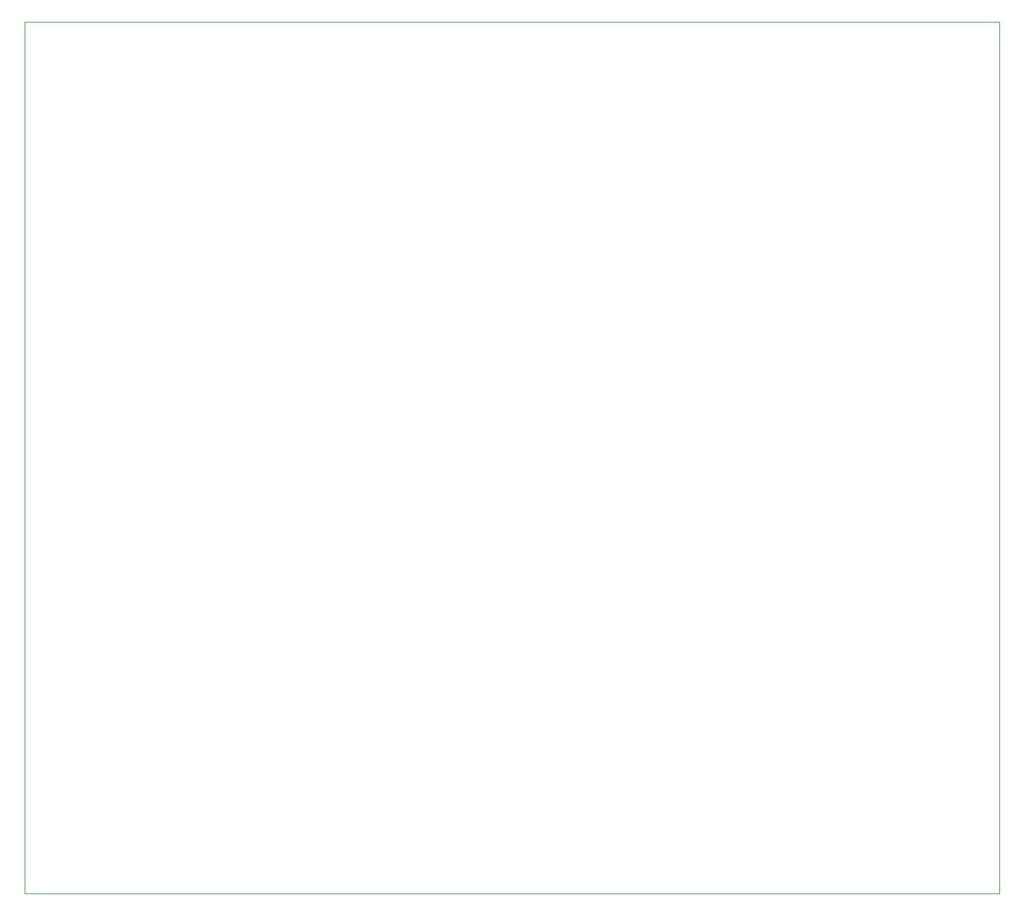
<source format=gbr>
G04 #@! TF.FileFunction,Profile,NP*
%FSLAX46Y46*%
G04 Gerber Fmt 4.6, Leading zero omitted, Abs format (unit mm)*
G04 Created by KiCad (PCBNEW 4.0.6-e0-6349~53~ubuntu16.04.1) date Mon Apr  3 22:16:37 2017*
%MOMM*%
%LPD*%
G01*
G04 APERTURE LIST*
%ADD10C,0.100000*%
G04 APERTURE END LIST*
D10*
X48260000Y-149860000D02*
X48260000Y-41910000D01*
X168910000Y-149860000D02*
X48260000Y-149860000D01*
X168910000Y-41910000D02*
X168910000Y-149860000D01*
X48260000Y-41910000D02*
X168910000Y-41910000D01*
M02*

</source>
